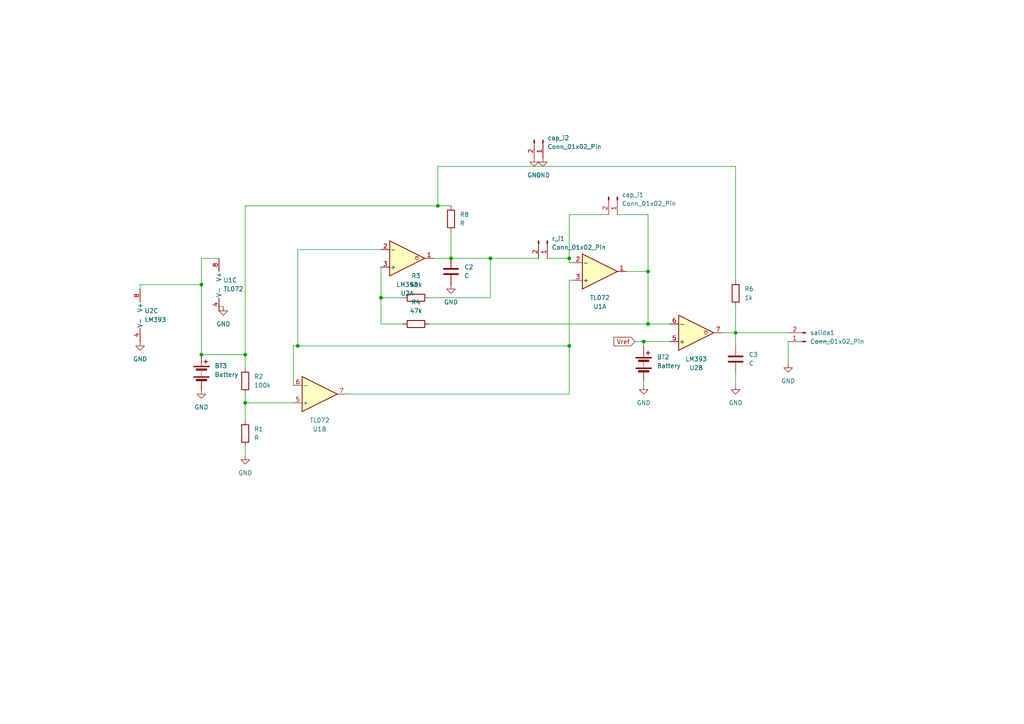
<source format=kicad_sch>
(kicad_sch
	(version 20250114)
	(generator "eeschema")
	(generator_version "9.0")
	(uuid "17eee627-bc3f-46bd-a929-8340eabad878")
	(paper "A4")
	(lib_symbols
		(symbol "Amplifier_Operational:TL072"
			(pin_names
				(offset 0.127)
			)
			(exclude_from_sim no)
			(in_bom yes)
			(on_board yes)
			(property "Reference" "U"
				(at 0 5.08 0)
				(effects
					(font
						(size 1.27 1.27)
					)
					(justify left)
				)
			)
			(property "Value" "TL072"
				(at 0 -5.08 0)
				(effects
					(font
						(size 1.27 1.27)
					)
					(justify left)
				)
			)
			(property "Footprint" ""
				(at 0 0 0)
				(effects
					(font
						(size 1.27 1.27)
					)
					(hide yes)
				)
			)
			(property "Datasheet" "http://www.ti.com/lit/ds/symlink/tl071.pdf"
				(at 0 0 0)
				(effects
					(font
						(size 1.27 1.27)
					)
					(hide yes)
				)
			)
			(property "Description" "Dual Low-Noise JFET-Input Operational Amplifiers, DIP-8/SOIC-8"
				(at 0 0 0)
				(effects
					(font
						(size 1.27 1.27)
					)
					(hide yes)
				)
			)
			(property "ki_locked" ""
				(at 0 0 0)
				(effects
					(font
						(size 1.27 1.27)
					)
				)
			)
			(property "ki_keywords" "dual opamp"
				(at 0 0 0)
				(effects
					(font
						(size 1.27 1.27)
					)
					(hide yes)
				)
			)
			(property "ki_fp_filters" "SOIC*3.9x4.9mm*P1.27mm* DIP*W7.62mm* TO*99* OnSemi*Micro8* TSSOP*3x3mm*P0.65mm* TSSOP*4.4x3mm*P0.65mm* MSOP*3x3mm*P0.65mm* SSOP*3.9x4.9mm*P0.635mm* LFCSP*2x2mm*P0.5mm* *SIP* SOIC*5.3x6.2mm*P1.27mm*"
				(at 0 0 0)
				(effects
					(font
						(size 1.27 1.27)
					)
					(hide yes)
				)
			)
			(symbol "TL072_1_1"
				(polyline
					(pts
						(xy -5.08 5.08) (xy 5.08 0) (xy -5.08 -5.08) (xy -5.08 5.08)
					)
					(stroke
						(width 0.254)
						(type default)
					)
					(fill
						(type background)
					)
				)
				(pin input line
					(at -7.62 2.54 0)
					(length 2.54)
					(name "+"
						(effects
							(font
								(size 1.27 1.27)
							)
						)
					)
					(number "3"
						(effects
							(font
								(size 1.27 1.27)
							)
						)
					)
				)
				(pin input line
					(at -7.62 -2.54 0)
					(length 2.54)
					(name "-"
						(effects
							(font
								(size 1.27 1.27)
							)
						)
					)
					(number "2"
						(effects
							(font
								(size 1.27 1.27)
							)
						)
					)
				)
				(pin output line
					(at 7.62 0 180)
					(length 2.54)
					(name "~"
						(effects
							(font
								(size 1.27 1.27)
							)
						)
					)
					(number "1"
						(effects
							(font
								(size 1.27 1.27)
							)
						)
					)
				)
			)
			(symbol "TL072_2_1"
				(polyline
					(pts
						(xy -5.08 5.08) (xy 5.08 0) (xy -5.08 -5.08) (xy -5.08 5.08)
					)
					(stroke
						(width 0.254)
						(type default)
					)
					(fill
						(type background)
					)
				)
				(pin input line
					(at -7.62 2.54 0)
					(length 2.54)
					(name "+"
						(effects
							(font
								(size 1.27 1.27)
							)
						)
					)
					(number "5"
						(effects
							(font
								(size 1.27 1.27)
							)
						)
					)
				)
				(pin input line
					(at -7.62 -2.54 0)
					(length 2.54)
					(name "-"
						(effects
							(font
								(size 1.27 1.27)
							)
						)
					)
					(number "6"
						(effects
							(font
								(size 1.27 1.27)
							)
						)
					)
				)
				(pin output line
					(at 7.62 0 180)
					(length 2.54)
					(name "~"
						(effects
							(font
								(size 1.27 1.27)
							)
						)
					)
					(number "7"
						(effects
							(font
								(size 1.27 1.27)
							)
						)
					)
				)
			)
			(symbol "TL072_3_1"
				(pin power_in line
					(at -2.54 7.62 270)
					(length 3.81)
					(name "V+"
						(effects
							(font
								(size 1.27 1.27)
							)
						)
					)
					(number "8"
						(effects
							(font
								(size 1.27 1.27)
							)
						)
					)
				)
				(pin power_in line
					(at -2.54 -7.62 90)
					(length 3.81)
					(name "V-"
						(effects
							(font
								(size 1.27 1.27)
							)
						)
					)
					(number "4"
						(effects
							(font
								(size 1.27 1.27)
							)
						)
					)
				)
			)
			(embedded_fonts no)
		)
		(symbol "Comparator:LM393"
			(pin_names
				(offset 0.127)
			)
			(exclude_from_sim no)
			(in_bom yes)
			(on_board yes)
			(property "Reference" "U"
				(at 3.81 3.81 0)
				(effects
					(font
						(size 1.27 1.27)
					)
				)
			)
			(property "Value" "LM393"
				(at 6.35 -3.81 0)
				(effects
					(font
						(size 1.27 1.27)
					)
				)
			)
			(property "Footprint" ""
				(at 0 0 0)
				(effects
					(font
						(size 1.27 1.27)
					)
					(hide yes)
				)
			)
			(property "Datasheet" "http://www.ti.com/lit/ds/symlink/lm393.pdf"
				(at 0 0 0)
				(effects
					(font
						(size 1.27 1.27)
					)
					(hide yes)
				)
			)
			(property "Description" "Low-Power, Low-Offset Voltage, Dual Comparators, DIP-8/SOIC-8/TO-99-8"
				(at 0 0 0)
				(effects
					(font
						(size 1.27 1.27)
					)
					(hide yes)
				)
			)
			(property "ki_locked" ""
				(at 0 0 0)
				(effects
					(font
						(size 1.27 1.27)
					)
				)
			)
			(property "ki_keywords" "cmp open collector"
				(at 0 0 0)
				(effects
					(font
						(size 1.27 1.27)
					)
					(hide yes)
				)
			)
			(property "ki_fp_filters" "SOIC*3.9x4.9mm*P1.27mm* DIP*W7.62mm* SOP*5.28x5.23mm*P1.27mm* VSSOP*3x3mm*P0.65mm* TSSOP*4.4x3mm*P0.65mm*"
				(at 0 0 0)
				(effects
					(font
						(size 1.27 1.27)
					)
					(hide yes)
				)
			)
			(symbol "LM393_1_1"
				(polyline
					(pts
						(xy -5.08 5.08) (xy 5.08 0) (xy -5.08 -5.08) (xy -5.08 5.08)
					)
					(stroke
						(width 0.254)
						(type default)
					)
					(fill
						(type background)
					)
				)
				(polyline
					(pts
						(xy 3.302 -0.508) (xy 2.794 -0.508) (xy 3.302 0) (xy 2.794 0.508) (xy 2.286 0) (xy 2.794 -0.508)
						(xy 2.286 -0.508)
					)
					(stroke
						(width 0.127)
						(type default)
					)
					(fill
						(type none)
					)
				)
				(pin input line
					(at -7.62 2.54 0)
					(length 2.54)
					(name "+"
						(effects
							(font
								(size 1.27 1.27)
							)
						)
					)
					(number "3"
						(effects
							(font
								(size 1.27 1.27)
							)
						)
					)
				)
				(pin input line
					(at -7.62 -2.54 0)
					(length 2.54)
					(name "-"
						(effects
							(font
								(size 1.27 1.27)
							)
						)
					)
					(number "2"
						(effects
							(font
								(size 1.27 1.27)
							)
						)
					)
				)
				(pin open_collector line
					(at 7.62 0 180)
					(length 2.54)
					(name "~"
						(effects
							(font
								(size 1.27 1.27)
							)
						)
					)
					(number "1"
						(effects
							(font
								(size 1.27 1.27)
							)
						)
					)
				)
			)
			(symbol "LM393_2_1"
				(polyline
					(pts
						(xy -5.08 5.08) (xy 5.08 0) (xy -5.08 -5.08) (xy -5.08 5.08)
					)
					(stroke
						(width 0.254)
						(type default)
					)
					(fill
						(type background)
					)
				)
				(polyline
					(pts
						(xy 3.302 -0.508) (xy 2.794 -0.508) (xy 3.302 0) (xy 2.794 0.508) (xy 2.286 0) (xy 2.794 -0.508)
						(xy 2.286 -0.508)
					)
					(stroke
						(width 0.127)
						(type default)
					)
					(fill
						(type none)
					)
				)
				(pin input line
					(at -7.62 2.54 0)
					(length 2.54)
					(name "+"
						(effects
							(font
								(size 1.27 1.27)
							)
						)
					)
					(number "5"
						(effects
							(font
								(size 1.27 1.27)
							)
						)
					)
				)
				(pin input line
					(at -7.62 -2.54 0)
					(length 2.54)
					(name "-"
						(effects
							(font
								(size 1.27 1.27)
							)
						)
					)
					(number "6"
						(effects
							(font
								(size 1.27 1.27)
							)
						)
					)
				)
				(pin open_collector line
					(at 7.62 0 180)
					(length 2.54)
					(name "~"
						(effects
							(font
								(size 1.27 1.27)
							)
						)
					)
					(number "7"
						(effects
							(font
								(size 1.27 1.27)
							)
						)
					)
				)
			)
			(symbol "LM393_3_1"
				(pin power_in line
					(at -2.54 7.62 270)
					(length 3.81)
					(name "V+"
						(effects
							(font
								(size 1.27 1.27)
							)
						)
					)
					(number "8"
						(effects
							(font
								(size 1.27 1.27)
							)
						)
					)
				)
				(pin power_in line
					(at -2.54 -7.62 90)
					(length 3.81)
					(name "V-"
						(effects
							(font
								(size 1.27 1.27)
							)
						)
					)
					(number "4"
						(effects
							(font
								(size 1.27 1.27)
							)
						)
					)
				)
			)
			(embedded_fonts no)
		)
		(symbol "Connector:Conn_01x02_Pin"
			(pin_names
				(offset 1.016)
				(hide yes)
			)
			(exclude_from_sim no)
			(in_bom yes)
			(on_board yes)
			(property "Reference" "J"
				(at 0 2.54 0)
				(effects
					(font
						(size 1.27 1.27)
					)
				)
			)
			(property "Value" "Conn_01x02_Pin"
				(at 0 -5.08 0)
				(effects
					(font
						(size 1.27 1.27)
					)
				)
			)
			(property "Footprint" ""
				(at 0 0 0)
				(effects
					(font
						(size 1.27 1.27)
					)
					(hide yes)
				)
			)
			(property "Datasheet" "~"
				(at 0 0 0)
				(effects
					(font
						(size 1.27 1.27)
					)
					(hide yes)
				)
			)
			(property "Description" "Generic connector, single row, 01x02, script generated"
				(at 0 0 0)
				(effects
					(font
						(size 1.27 1.27)
					)
					(hide yes)
				)
			)
			(property "ki_locked" ""
				(at 0 0 0)
				(effects
					(font
						(size 1.27 1.27)
					)
				)
			)
			(property "ki_keywords" "connector"
				(at 0 0 0)
				(effects
					(font
						(size 1.27 1.27)
					)
					(hide yes)
				)
			)
			(property "ki_fp_filters" "Connector*:*_1x??_*"
				(at 0 0 0)
				(effects
					(font
						(size 1.27 1.27)
					)
					(hide yes)
				)
			)
			(symbol "Conn_01x02_Pin_1_1"
				(rectangle
					(start 0.8636 0.127)
					(end 0 -0.127)
					(stroke
						(width 0.1524)
						(type default)
					)
					(fill
						(type outline)
					)
				)
				(rectangle
					(start 0.8636 -2.413)
					(end 0 -2.667)
					(stroke
						(width 0.1524)
						(type default)
					)
					(fill
						(type outline)
					)
				)
				(polyline
					(pts
						(xy 1.27 0) (xy 0.8636 0)
					)
					(stroke
						(width 0.1524)
						(type default)
					)
					(fill
						(type none)
					)
				)
				(polyline
					(pts
						(xy 1.27 -2.54) (xy 0.8636 -2.54)
					)
					(stroke
						(width 0.1524)
						(type default)
					)
					(fill
						(type none)
					)
				)
				(pin passive line
					(at 5.08 0 180)
					(length 3.81)
					(name "Pin_1"
						(effects
							(font
								(size 1.27 1.27)
							)
						)
					)
					(number "1"
						(effects
							(font
								(size 1.27 1.27)
							)
						)
					)
				)
				(pin passive line
					(at 5.08 -2.54 180)
					(length 3.81)
					(name "Pin_2"
						(effects
							(font
								(size 1.27 1.27)
							)
						)
					)
					(number "2"
						(effects
							(font
								(size 1.27 1.27)
							)
						)
					)
				)
			)
			(embedded_fonts no)
		)
		(symbol "Device:Battery"
			(pin_numbers
				(hide yes)
			)
			(pin_names
				(offset 0)
				(hide yes)
			)
			(exclude_from_sim no)
			(in_bom yes)
			(on_board yes)
			(property "Reference" "BT"
				(at 2.54 2.54 0)
				(effects
					(font
						(size 1.27 1.27)
					)
					(justify left)
				)
			)
			(property "Value" "Battery"
				(at 2.54 0 0)
				(effects
					(font
						(size 1.27 1.27)
					)
					(justify left)
				)
			)
			(property "Footprint" ""
				(at 0 1.524 90)
				(effects
					(font
						(size 1.27 1.27)
					)
					(hide yes)
				)
			)
			(property "Datasheet" "~"
				(at 0 1.524 90)
				(effects
					(font
						(size 1.27 1.27)
					)
					(hide yes)
				)
			)
			(property "Description" "Multiple-cell battery"
				(at 0 0 0)
				(effects
					(font
						(size 1.27 1.27)
					)
					(hide yes)
				)
			)
			(property "ki_keywords" "batt voltage-source cell"
				(at 0 0 0)
				(effects
					(font
						(size 1.27 1.27)
					)
					(hide yes)
				)
			)
			(symbol "Battery_0_1"
				(rectangle
					(start -2.286 1.778)
					(end 2.286 1.524)
					(stroke
						(width 0)
						(type default)
					)
					(fill
						(type outline)
					)
				)
				(rectangle
					(start -2.286 -1.27)
					(end 2.286 -1.524)
					(stroke
						(width 0)
						(type default)
					)
					(fill
						(type outline)
					)
				)
				(rectangle
					(start -1.524 1.016)
					(end 1.524 0.508)
					(stroke
						(width 0)
						(type default)
					)
					(fill
						(type outline)
					)
				)
				(rectangle
					(start -1.524 -2.032)
					(end 1.524 -2.54)
					(stroke
						(width 0)
						(type default)
					)
					(fill
						(type outline)
					)
				)
				(polyline
					(pts
						(xy 0 1.778) (xy 0 2.54)
					)
					(stroke
						(width 0)
						(type default)
					)
					(fill
						(type none)
					)
				)
				(polyline
					(pts
						(xy 0 0) (xy 0 0.254)
					)
					(stroke
						(width 0)
						(type default)
					)
					(fill
						(type none)
					)
				)
				(polyline
					(pts
						(xy 0 -0.508) (xy 0 -0.254)
					)
					(stroke
						(width 0)
						(type default)
					)
					(fill
						(type none)
					)
				)
				(polyline
					(pts
						(xy 0 -1.016) (xy 0 -0.762)
					)
					(stroke
						(width 0)
						(type default)
					)
					(fill
						(type none)
					)
				)
				(polyline
					(pts
						(xy 0.762 3.048) (xy 1.778 3.048)
					)
					(stroke
						(width 0.254)
						(type default)
					)
					(fill
						(type none)
					)
				)
				(polyline
					(pts
						(xy 1.27 3.556) (xy 1.27 2.54)
					)
					(stroke
						(width 0.254)
						(type default)
					)
					(fill
						(type none)
					)
				)
			)
			(symbol "Battery_1_1"
				(pin passive line
					(at 0 5.08 270)
					(length 2.54)
					(name "+"
						(effects
							(font
								(size 1.27 1.27)
							)
						)
					)
					(number "1"
						(effects
							(font
								(size 1.27 1.27)
							)
						)
					)
				)
				(pin passive line
					(at 0 -5.08 90)
					(length 2.54)
					(name "-"
						(effects
							(font
								(size 1.27 1.27)
							)
						)
					)
					(number "2"
						(effects
							(font
								(size 1.27 1.27)
							)
						)
					)
				)
			)
			(embedded_fonts no)
		)
		(symbol "Device:C"
			(pin_numbers
				(hide yes)
			)
			(pin_names
				(offset 0.254)
			)
			(exclude_from_sim no)
			(in_bom yes)
			(on_board yes)
			(property "Reference" "C"
				(at 0.635 2.54 0)
				(effects
					(font
						(size 1.27 1.27)
					)
					(justify left)
				)
			)
			(property "Value" "C"
				(at 0.635 -2.54 0)
				(effects
					(font
						(size 1.27 1.27)
					)
					(justify left)
				)
			)
			(property "Footprint" ""
				(at 0.9652 -3.81 0)
				(effects
					(font
						(size 1.27 1.27)
					)
					(hide yes)
				)
			)
			(property "Datasheet" "~"
				(at 0 0 0)
				(effects
					(font
						(size 1.27 1.27)
					)
					(hide yes)
				)
			)
			(property "Description" "Unpolarized capacitor"
				(at 0 0 0)
				(effects
					(font
						(size 1.27 1.27)
					)
					(hide yes)
				)
			)
			(property "ki_keywords" "cap capacitor"
				(at 0 0 0)
				(effects
					(font
						(size 1.27 1.27)
					)
					(hide yes)
				)
			)
			(property "ki_fp_filters" "C_*"
				(at 0 0 0)
				(effects
					(font
						(size 1.27 1.27)
					)
					(hide yes)
				)
			)
			(symbol "C_0_1"
				(polyline
					(pts
						(xy -2.032 0.762) (xy 2.032 0.762)
					)
					(stroke
						(width 0.508)
						(type default)
					)
					(fill
						(type none)
					)
				)
				(polyline
					(pts
						(xy -2.032 -0.762) (xy 2.032 -0.762)
					)
					(stroke
						(width 0.508)
						(type default)
					)
					(fill
						(type none)
					)
				)
			)
			(symbol "C_1_1"
				(pin passive line
					(at 0 3.81 270)
					(length 2.794)
					(name "~"
						(effects
							(font
								(size 1.27 1.27)
							)
						)
					)
					(number "1"
						(effects
							(font
								(size 1.27 1.27)
							)
						)
					)
				)
				(pin passive line
					(at 0 -3.81 90)
					(length 2.794)
					(name "~"
						(effects
							(font
								(size 1.27 1.27)
							)
						)
					)
					(number "2"
						(effects
							(font
								(size 1.27 1.27)
							)
						)
					)
				)
			)
			(embedded_fonts no)
		)
		(symbol "Device:R"
			(pin_numbers
				(hide yes)
			)
			(pin_names
				(offset 0)
			)
			(exclude_from_sim no)
			(in_bom yes)
			(on_board yes)
			(property "Reference" "R"
				(at 2.032 0 90)
				(effects
					(font
						(size 1.27 1.27)
					)
				)
			)
			(property "Value" "R"
				(at 0 0 90)
				(effects
					(font
						(size 1.27 1.27)
					)
				)
			)
			(property "Footprint" ""
				(at -1.778 0 90)
				(effects
					(font
						(size 1.27 1.27)
					)
					(hide yes)
				)
			)
			(property "Datasheet" "~"
				(at 0 0 0)
				(effects
					(font
						(size 1.27 1.27)
					)
					(hide yes)
				)
			)
			(property "Description" "Resistor"
				(at 0 0 0)
				(effects
					(font
						(size 1.27 1.27)
					)
					(hide yes)
				)
			)
			(property "ki_keywords" "R res resistor"
				(at 0 0 0)
				(effects
					(font
						(size 1.27 1.27)
					)
					(hide yes)
				)
			)
			(property "ki_fp_filters" "R_*"
				(at 0 0 0)
				(effects
					(font
						(size 1.27 1.27)
					)
					(hide yes)
				)
			)
			(symbol "R_0_1"
				(rectangle
					(start -1.016 -2.54)
					(end 1.016 2.54)
					(stroke
						(width 0.254)
						(type default)
					)
					(fill
						(type none)
					)
				)
			)
			(symbol "R_1_1"
				(pin passive line
					(at 0 3.81 270)
					(length 1.27)
					(name "~"
						(effects
							(font
								(size 1.27 1.27)
							)
						)
					)
					(number "1"
						(effects
							(font
								(size 1.27 1.27)
							)
						)
					)
				)
				(pin passive line
					(at 0 -3.81 90)
					(length 1.27)
					(name "~"
						(effects
							(font
								(size 1.27 1.27)
							)
						)
					)
					(number "2"
						(effects
							(font
								(size 1.27 1.27)
							)
						)
					)
				)
			)
			(embedded_fonts no)
		)
		(symbol "power:GND"
			(power)
			(pin_numbers
				(hide yes)
			)
			(pin_names
				(offset 0)
				(hide yes)
			)
			(exclude_from_sim no)
			(in_bom yes)
			(on_board yes)
			(property "Reference" "#PWR"
				(at 0 -6.35 0)
				(effects
					(font
						(size 1.27 1.27)
					)
					(hide yes)
				)
			)
			(property "Value" "GND"
				(at 0 -3.81 0)
				(effects
					(font
						(size 1.27 1.27)
					)
				)
			)
			(property "Footprint" ""
				(at 0 0 0)
				(effects
					(font
						(size 1.27 1.27)
					)
					(hide yes)
				)
			)
			(property "Datasheet" ""
				(at 0 0 0)
				(effects
					(font
						(size 1.27 1.27)
					)
					(hide yes)
				)
			)
			(property "Description" "Power symbol creates a global label with name \"GND\" , ground"
				(at 0 0 0)
				(effects
					(font
						(size 1.27 1.27)
					)
					(hide yes)
				)
			)
			(property "ki_keywords" "global power"
				(at 0 0 0)
				(effects
					(font
						(size 1.27 1.27)
					)
					(hide yes)
				)
			)
			(symbol "GND_0_1"
				(polyline
					(pts
						(xy 0 0) (xy 0 -1.27) (xy 1.27 -1.27) (xy 0 -2.54) (xy -1.27 -1.27) (xy 0 -1.27)
					)
					(stroke
						(width 0)
						(type default)
					)
					(fill
						(type none)
					)
				)
			)
			(symbol "GND_1_1"
				(pin power_in line
					(at 0 0 270)
					(length 0)
					(name "~"
						(effects
							(font
								(size 1.27 1.27)
							)
						)
					)
					(number "1"
						(effects
							(font
								(size 1.27 1.27)
							)
						)
					)
				)
			)
			(embedded_fonts no)
		)
	)
	(junction
		(at 186.69 99.06)
		(diameter 0)
		(color 0 0 0 0)
		(uuid "1f849616-a5b7-402d-90bf-3e3e27b40008")
	)
	(junction
		(at 110.49 86.36)
		(diameter 0)
		(color 0 0 0 0)
		(uuid "231d5919-d8b3-443b-a5f7-76f1899d3b9f")
	)
	(junction
		(at 86.36 100.33)
		(diameter 0)
		(color 0 0 0 0)
		(uuid "27a980d3-f2aa-4896-92a1-562708249a68")
	)
	(junction
		(at 130.81 74.93)
		(diameter 0)
		(color 0 0 0 0)
		(uuid "2bce827f-6057-4d1a-a021-fb42f5d9b44d")
	)
	(junction
		(at 58.42 82.55)
		(diameter 0)
		(color 0 0 0 0)
		(uuid "33d65ac8-d78b-43bb-8bf9-eda4a0d2d533")
	)
	(junction
		(at 165.1 74.93)
		(diameter 0)
		(color 0 0 0 0)
		(uuid "3b4f80cc-b4fd-4e96-ade0-4a217b23c7d5")
	)
	(junction
		(at 58.42 102.87)
		(diameter 0)
		(color 0 0 0 0)
		(uuid "432f8922-8733-4a52-8986-19ca9b51d881")
	)
	(junction
		(at 187.96 93.98)
		(diameter 0)
		(color 0 0 0 0)
		(uuid "62c311b6-29e9-4f82-bcbd-423b818743ea")
	)
	(junction
		(at 127 59.69)
		(diameter 0)
		(color 0 0 0 0)
		(uuid "6b8b06e2-9d45-499e-9bc0-2ff0539aaf74")
	)
	(junction
		(at 187.96 78.74)
		(diameter 0)
		(color 0 0 0 0)
		(uuid "84c10aa2-6e07-49e3-97e9-9d09db9f706a")
	)
	(junction
		(at 165.1 100.33)
		(diameter 0)
		(color 0 0 0 0)
		(uuid "af19137a-e014-43d0-a0af-51a75aa18089")
	)
	(junction
		(at 71.12 102.87)
		(diameter 0)
		(color 0 0 0 0)
		(uuid "bae1835b-f27f-4555-9f23-21294c60de66")
	)
	(junction
		(at 213.36 96.52)
		(diameter 0)
		(color 0 0 0 0)
		(uuid "cc41e59d-1e8b-4024-8913-4c7de67a9273")
	)
	(junction
		(at 71.12 116.84)
		(diameter 0)
		(color 0 0 0 0)
		(uuid "dc503e1e-bfec-4dc7-ab8a-cb355db00a13")
	)
	(junction
		(at 142.24 74.93)
		(diameter 0)
		(color 0 0 0 0)
		(uuid "e5f14dd5-df28-433b-9f4f-86ca4d9daae1")
	)
	(wire
		(pts
			(xy 71.12 59.69) (xy 127 59.69)
		)
		(stroke
			(width 0)
			(type default)
		)
		(uuid "00cb0fe0-e035-4e59-9d78-44b6c0bff9d7")
	)
	(wire
		(pts
			(xy 63.5 90.17) (xy 63.5 88.9)
		)
		(stroke
			(width 0)
			(type default)
		)
		(uuid "00ea2b67-5977-4d79-ab5a-5a7e543bff1b")
	)
	(wire
		(pts
			(xy 213.36 107.95) (xy 213.36 111.76)
		)
		(stroke
			(width 0)
			(type default)
		)
		(uuid "0232e40d-a643-4ac7-84ed-2e2341951d93")
	)
	(wire
		(pts
			(xy 58.42 102.87) (xy 58.42 82.55)
		)
		(stroke
			(width 0)
			(type default)
		)
		(uuid "029a9c53-87b6-480e-9fe3-47190eef0895")
	)
	(wire
		(pts
			(xy 186.69 99.06) (xy 194.31 99.06)
		)
		(stroke
			(width 0)
			(type default)
		)
		(uuid "050103ec-ee0e-4d8a-9470-37d862685644")
	)
	(wire
		(pts
			(xy 142.24 74.93) (xy 156.21 74.93)
		)
		(stroke
			(width 0)
			(type default)
		)
		(uuid "0c95ced1-11f8-4362-be8c-0d0c66afa723")
	)
	(wire
		(pts
			(xy 213.36 96.52) (xy 213.36 100.33)
		)
		(stroke
			(width 0)
			(type default)
		)
		(uuid "0dba4b74-6199-49a0-8dc1-4db27c230613")
	)
	(wire
		(pts
			(xy 124.46 93.98) (xy 187.96 93.98)
		)
		(stroke
			(width 0)
			(type default)
		)
		(uuid "12fd6866-8479-477d-b286-52e485c2270d")
	)
	(wire
		(pts
			(xy 165.1 76.2) (xy 165.1 74.93)
		)
		(stroke
			(width 0)
			(type default)
		)
		(uuid "15651c12-25aa-4b26-a7d5-5f8d108c81cb")
	)
	(wire
		(pts
			(xy 71.12 102.87) (xy 71.12 106.68)
		)
		(stroke
			(width 0)
			(type default)
		)
		(uuid "27ae9229-2678-4eff-a10b-df003a08b83a")
	)
	(wire
		(pts
			(xy 142.24 86.36) (xy 142.24 74.93)
		)
		(stroke
			(width 0)
			(type default)
		)
		(uuid "2a7df99d-3713-4415-876c-9a5775570597")
	)
	(wire
		(pts
			(xy 86.36 72.39) (xy 110.49 72.39)
		)
		(stroke
			(width 0)
			(type default)
		)
		(uuid "2db29c0c-c76f-47f5-a73e-81bfae242f9f")
	)
	(wire
		(pts
			(xy 165.1 81.28) (xy 165.1 100.33)
		)
		(stroke
			(width 0)
			(type default)
		)
		(uuid "475a4ea7-71e8-4a2a-8c8c-f7acd9d570b4")
	)
	(wire
		(pts
			(xy 110.49 86.36) (xy 116.84 86.36)
		)
		(stroke
			(width 0)
			(type default)
		)
		(uuid "48195463-2c4a-422c-b42d-786267b3d5f8")
	)
	(wire
		(pts
			(xy 40.64 82.55) (xy 40.64 83.82)
		)
		(stroke
			(width 0)
			(type default)
		)
		(uuid "4ed70184-b347-47b8-9b10-155a50be3ddd")
	)
	(wire
		(pts
			(xy 125.73 74.93) (xy 130.81 74.93)
		)
		(stroke
			(width 0)
			(type default)
		)
		(uuid "51b8db8c-10c1-4a86-a2a5-31954eddc89b")
	)
	(wire
		(pts
			(xy 127 59.69) (xy 127 48.26)
		)
		(stroke
			(width 0)
			(type default)
		)
		(uuid "54d0cc3b-d84b-46e6-88e4-10d4084c40cf")
	)
	(wire
		(pts
			(xy 209.55 96.52) (xy 213.36 96.52)
		)
		(stroke
			(width 0)
			(type default)
		)
		(uuid "559de702-a01a-4e7d-ae0f-93f07ac3e23b")
	)
	(wire
		(pts
			(xy 158.75 74.93) (xy 165.1 74.93)
		)
		(stroke
			(width 0)
			(type default)
		)
		(uuid "567fbd52-932d-4c85-970b-877b9d5bcb80")
	)
	(wire
		(pts
			(xy 58.42 82.55) (xy 40.64 82.55)
		)
		(stroke
			(width 0)
			(type default)
		)
		(uuid "57582421-1e26-4df8-a585-b2c2300074fe")
	)
	(wire
		(pts
			(xy 58.42 74.93) (xy 63.5 74.93)
		)
		(stroke
			(width 0)
			(type default)
		)
		(uuid "5aec6ae3-f806-4b9f-aa01-17081e5b8239")
	)
	(wire
		(pts
			(xy 184.15 99.06) (xy 186.69 99.06)
		)
		(stroke
			(width 0)
			(type default)
		)
		(uuid "5ce9f6cc-44a0-467f-a74a-faf6bba49195")
	)
	(wire
		(pts
			(xy 110.49 77.47) (xy 110.49 86.36)
		)
		(stroke
			(width 0)
			(type default)
		)
		(uuid "5fd16b4b-eab7-49ef-82fb-c9030c311d3c")
	)
	(wire
		(pts
			(xy 58.42 102.87) (xy 71.12 102.87)
		)
		(stroke
			(width 0)
			(type default)
		)
		(uuid "64ad14bd-b05d-4813-a445-2d7fec0783ef")
	)
	(wire
		(pts
			(xy 85.09 111.76) (xy 85.09 100.33)
		)
		(stroke
			(width 0)
			(type default)
		)
		(uuid "650c6a5a-96c5-4a64-964c-6daaeee01975")
	)
	(wire
		(pts
			(xy 127 48.26) (xy 213.36 48.26)
		)
		(stroke
			(width 0)
			(type default)
		)
		(uuid "79342fe3-32a4-443c-b907-94b60cfb9382")
	)
	(wire
		(pts
			(xy 236.22 99.06) (xy 241.3 99.06)
		)
		(stroke
			(width 0)
			(type default)
		)
		(uuid "85e311d2-1ddb-440c-97e3-e2d2ab90724c")
	)
	(wire
		(pts
			(xy 71.12 129.54) (xy 71.12 132.08)
		)
		(stroke
			(width 0)
			(type default)
		)
		(uuid "8fb66898-2f68-45ea-a94c-c46a562e59e1")
	)
	(wire
		(pts
			(xy 181.61 78.74) (xy 187.96 78.74)
		)
		(stroke
			(width 0)
			(type default)
		)
		(uuid "90fbf3de-eada-4559-bb24-b65c22c1a421")
	)
	(wire
		(pts
			(xy 63.5 88.9) (xy 64.77 88.9)
		)
		(stroke
			(width 0)
			(type default)
		)
		(uuid "92d7b312-4aea-44a8-aeca-d54672981418")
	)
	(wire
		(pts
			(xy 213.36 96.52) (xy 228.6 96.52)
		)
		(stroke
			(width 0)
			(type default)
		)
		(uuid "9344a09e-505b-455f-ab76-71d6848b7ed9")
	)
	(wire
		(pts
			(xy 165.1 62.23) (xy 176.53 62.23)
		)
		(stroke
			(width 0)
			(type default)
		)
		(uuid "94c39354-79c0-4967-bf88-19809e684ded")
	)
	(wire
		(pts
			(xy 186.69 110.49) (xy 186.69 111.76)
		)
		(stroke
			(width 0)
			(type default)
		)
		(uuid "9a985b63-147f-40de-b8d1-939e3654f1d2")
	)
	(wire
		(pts
			(xy 228.6 99.06) (xy 228.6 105.41)
		)
		(stroke
			(width 0)
			(type default)
		)
		(uuid "9cb1c54c-ab5a-41ce-b13e-9b19bbc08955")
	)
	(wire
		(pts
			(xy 165.1 81.28) (xy 166.37 81.28)
		)
		(stroke
			(width 0)
			(type default)
		)
		(uuid "a10e334a-0c70-412a-b0d1-1e2ace790ba4")
	)
	(wire
		(pts
			(xy 110.49 86.36) (xy 110.49 93.98)
		)
		(stroke
			(width 0)
			(type default)
		)
		(uuid "b31a93c6-4bed-4fa1-a52e-c21a711c8b07")
	)
	(wire
		(pts
			(xy 71.12 116.84) (xy 85.09 116.84)
		)
		(stroke
			(width 0)
			(type default)
		)
		(uuid "bb6a48a1-2fd2-4175-ad17-ae70886e6782")
	)
	(wire
		(pts
			(xy 187.96 62.23) (xy 187.96 78.74)
		)
		(stroke
			(width 0)
			(type default)
		)
		(uuid "bd9a1cdf-1643-429a-bd23-5d36768ef0ea")
	)
	(wire
		(pts
			(xy 130.81 67.31) (xy 130.81 74.93)
		)
		(stroke
			(width 0)
			(type default)
		)
		(uuid "bf83021d-6bc8-4e2e-ab03-1f316016fc03")
	)
	(wire
		(pts
			(xy 165.1 76.2) (xy 166.37 76.2)
		)
		(stroke
			(width 0)
			(type default)
		)
		(uuid "c2fefbb1-8adf-44ea-a418-0eeee729499c")
	)
	(wire
		(pts
			(xy 71.12 102.87) (xy 71.12 59.69)
		)
		(stroke
			(width 0)
			(type default)
		)
		(uuid "c6cf5dea-bee4-4ca7-9980-9c71ef817a00")
	)
	(wire
		(pts
			(xy 86.36 100.33) (xy 86.36 72.39)
		)
		(stroke
			(width 0)
			(type default)
		)
		(uuid "c921a741-a6e8-46c0-b736-24bcb6161475")
	)
	(wire
		(pts
			(xy 100.33 114.3) (xy 165.1 114.3)
		)
		(stroke
			(width 0)
			(type default)
		)
		(uuid "c9379c07-d041-4fab-89de-dc9aa74a08fc")
	)
	(wire
		(pts
			(xy 110.49 93.98) (xy 116.84 93.98)
		)
		(stroke
			(width 0)
			(type default)
		)
		(uuid "c99485d9-306e-4fad-9559-5b9036606c5f")
	)
	(wire
		(pts
			(xy 179.07 62.23) (xy 187.96 62.23)
		)
		(stroke
			(width 0)
			(type default)
		)
		(uuid "ca30186a-6827-4446-ac36-6f1f2005b175")
	)
	(wire
		(pts
			(xy 165.1 100.33) (xy 165.1 114.3)
		)
		(stroke
			(width 0)
			(type default)
		)
		(uuid "ccbba4e3-18dd-4cfe-b4a5-b2e708916a28")
	)
	(wire
		(pts
			(xy 71.12 116.84) (xy 71.12 121.92)
		)
		(stroke
			(width 0)
			(type default)
		)
		(uuid "ce12f8b0-7c02-4a94-bae7-f8fdd1148c1d")
	)
	(wire
		(pts
			(xy 187.96 78.74) (xy 187.96 93.98)
		)
		(stroke
			(width 0)
			(type default)
		)
		(uuid "cfa5ea25-fb0f-4083-8c4a-f388eec349ad")
	)
	(wire
		(pts
			(xy 130.81 74.93) (xy 142.24 74.93)
		)
		(stroke
			(width 0)
			(type default)
		)
		(uuid "d60105d6-bf03-4ed9-9403-21d27b8ce0ab")
	)
	(wire
		(pts
			(xy 71.12 114.3) (xy 71.12 116.84)
		)
		(stroke
			(width 0)
			(type default)
		)
		(uuid "d893d9ee-d7ac-4cfc-9b68-2aa28b1ac7ff")
	)
	(wire
		(pts
			(xy 213.36 88.9) (xy 213.36 96.52)
		)
		(stroke
			(width 0)
			(type default)
		)
		(uuid "d8d8a92c-36ea-4b39-9b10-26b84b154c4f")
	)
	(wire
		(pts
			(xy 213.36 48.26) (xy 213.36 81.28)
		)
		(stroke
			(width 0)
			(type default)
		)
		(uuid "e479daac-bc24-46d9-837e-e033b5b0a212")
	)
	(wire
		(pts
			(xy 58.42 82.55) (xy 58.42 74.93)
		)
		(stroke
			(width 0)
			(type default)
		)
		(uuid "ede98640-117b-4e20-9047-c1752c7aed50")
	)
	(wire
		(pts
			(xy 124.46 86.36) (xy 142.24 86.36)
		)
		(stroke
			(width 0)
			(type default)
		)
		(uuid "efb710e2-6ada-4cbe-a734-95f997d90e22")
	)
	(wire
		(pts
			(xy 85.09 100.33) (xy 86.36 100.33)
		)
		(stroke
			(width 0)
			(type default)
		)
		(uuid "f0cc1548-da41-4def-8f6c-2f7708963eb5")
	)
	(wire
		(pts
			(xy 186.69 99.06) (xy 186.69 100.33)
		)
		(stroke
			(width 0)
			(type default)
		)
		(uuid "f3244e25-c4e7-4877-a19f-5498a5880278")
	)
	(wire
		(pts
			(xy 187.96 93.98) (xy 194.31 93.98)
		)
		(stroke
			(width 0)
			(type default)
		)
		(uuid "f6f0c7f5-79ac-43d2-b0f9-ca47e21f8c25")
	)
	(wire
		(pts
			(xy 86.36 100.33) (xy 165.1 100.33)
		)
		(stroke
			(width 0)
			(type default)
		)
		(uuid "fa7a61e1-1c5e-4fb9-aaac-289d367b2f9f")
	)
	(wire
		(pts
			(xy 127 59.69) (xy 130.81 59.69)
		)
		(stroke
			(width 0)
			(type default)
		)
		(uuid "ff2dc5f1-e0b3-42e5-94ca-6a3458ee41a4")
	)
	(wire
		(pts
			(xy 165.1 74.93) (xy 165.1 62.23)
		)
		(stroke
			(width 0)
			(type default)
		)
		(uuid "ff9c73c1-4a3c-465e-a057-4885f7d04b96")
	)
	(global_label "Vref"
		(shape input)
		(at 184.15 99.06 180)
		(fields_autoplaced yes)
		(effects
			(font
				(size 1.27 1.27)
			)
			(justify right)
		)
		(uuid "86f90454-cd3a-4d4e-a0de-f118651c7d57")
		(property "Intersheetrefs" "${INTERSHEET_REFS}"
			(at 177.4757 99.06 0)
			(effects
				(font
					(size 1.27 1.27)
				)
				(justify right)
				(hide yes)
			)
		)
	)
	(symbol
		(lib_id "Device:R")
		(at 213.36 85.09 180)
		(unit 1)
		(exclude_from_sim no)
		(in_bom yes)
		(on_board yes)
		(dnp no)
		(fields_autoplaced yes)
		(uuid "0b3ed18d-4305-4429-964a-1fd727171064")
		(property "Reference" "R6"
			(at 215.9 83.8199 0)
			(effects
				(font
					(size 1.27 1.27)
				)
				(justify right)
			)
		)
		(property "Value" "1k"
			(at 215.9 86.3599 0)
			(effects
				(font
					(size 1.27 1.27)
				)
				(justify right)
			)
		)
		(property "Footprint" "Resistor_THT:R_Axial_DIN0207_L6.3mm_D2.5mm_P7.62mm_Horizontal"
			(at 215.138 85.09 90)
			(effects
				(font
					(size 1.27 1.27)
				)
				(hide yes)
			)
		)
		(property "Datasheet" "~"
			(at 213.36 85.09 0)
			(effects
				(font
					(size 1.27 1.27)
				)
				(hide yes)
			)
		)
		(property "Description" "Resistor"
			(at 213.36 85.09 0)
			(effects
				(font
					(size 1.27 1.27)
				)
				(hide yes)
			)
		)
		(pin "1"
			(uuid "1881a007-f35b-475b-8a94-8049f9c0f0ab")
		)
		(pin "2"
			(uuid "9464250b-2408-46cc-9bcc-f003fb8b666e")
		)
		(instances
			(project "pcb_check4_pwm"
				(path "/17eee627-bc3f-46bd-a929-8340eabad878"
					(reference "R6")
					(unit 1)
				)
			)
		)
	)
	(symbol
		(lib_id "Device:C")
		(at 130.81 78.74 180)
		(unit 1)
		(exclude_from_sim no)
		(in_bom yes)
		(on_board yes)
		(dnp no)
		(fields_autoplaced yes)
		(uuid "0e347cb4-267e-4826-be1f-510a2a914dfb")
		(property "Reference" "C2"
			(at 134.62 77.4699 0)
			(effects
				(font
					(size 1.27 1.27)
				)
				(justify right)
			)
		)
		(property "Value" "C"
			(at 134.62 80.0099 0)
			(effects
				(font
					(size 1.27 1.27)
				)
				(justify right)
			)
		)
		(property "Footprint" "Capacitor_THT:C_Disc_D4.3mm_W1.9mm_P5.00mm"
			(at 129.8448 74.93 0)
			(effects
				(font
					(size 1.27 1.27)
				)
				(hide yes)
			)
		)
		(property "Datasheet" "~"
			(at 130.81 78.74 0)
			(effects
				(font
					(size 1.27 1.27)
				)
				(hide yes)
			)
		)
		(property "Description" "Unpolarized capacitor"
			(at 130.81 78.74 0)
			(effects
				(font
					(size 1.27 1.27)
				)
				(hide yes)
			)
		)
		(pin "1"
			(uuid "04a7f5e3-b54b-4947-b614-732f20c9b8b8")
		)
		(pin "2"
			(uuid "a4512c34-7dbf-4c58-bdf8-dba8826d820c")
		)
		(instances
			(project ""
				(path "/17eee627-bc3f-46bd-a929-8340eabad878"
					(reference "C2")
					(unit 1)
				)
			)
		)
	)
	(symbol
		(lib_id "Comparator:LM393")
		(at 43.18 91.44 0)
		(unit 3)
		(exclude_from_sim no)
		(in_bom yes)
		(on_board yes)
		(dnp no)
		(fields_autoplaced yes)
		(uuid "1f738962-5655-42c9-8089-7c9c3b7b5ed1")
		(property "Reference" "U2"
			(at 41.91 90.1699 0)
			(effects
				(font
					(size 1.27 1.27)
				)
				(justify left)
			)
		)
		(property "Value" "LM393"
			(at 41.91 92.7099 0)
			(effects
				(font
					(size 1.27 1.27)
				)
				(justify left)
			)
		)
		(property "Footprint" "Package_DIP:CERDIP-8_W7.62mm_SideBrazed_LongPads"
			(at 43.18 91.44 0)
			(effects
				(font
					(size 1.27 1.27)
				)
				(hide yes)
			)
		)
		(property "Datasheet" "http://www.ti.com/lit/ds/symlink/lm393.pdf"
			(at 43.18 91.44 0)
			(effects
				(font
					(size 1.27 1.27)
				)
				(hide yes)
			)
		)
		(property "Description" "Low-Power, Low-Offset Voltage, Dual Comparators, DIP-8/SOIC-8/TO-99-8"
			(at 43.18 91.44 0)
			(effects
				(font
					(size 1.27 1.27)
				)
				(hide yes)
			)
		)
		(pin "1"
			(uuid "da528779-926a-4b7d-b28b-6dac23276aa9")
		)
		(pin "2"
			(uuid "559cfca9-b19f-4c11-8bdb-abbf13ca772e")
		)
		(pin "5"
			(uuid "0fc53ac8-1078-4339-a293-6c8ea01365b3")
		)
		(pin "6"
			(uuid "b97f2762-e2c3-46d1-913d-b65ed57260a6")
		)
		(pin "4"
			(uuid "60e80f36-ad57-4598-8c75-391c345f61b6")
		)
		(pin "3"
			(uuid "f95b7db5-42dc-4fdf-bc64-cc63ea88b90e")
		)
		(pin "7"
			(uuid "453944bd-72f6-43d2-8112-a60eedf5bc40")
		)
		(pin "8"
			(uuid "944d73dd-c6f2-45e9-99c9-b1d5ea77133f")
		)
		(instances
			(project ""
				(path "/17eee627-bc3f-46bd-a929-8340eabad878"
					(reference "U2")
					(unit 3)
				)
			)
		)
	)
	(symbol
		(lib_id "power:GND")
		(at 58.42 113.03 0)
		(unit 1)
		(exclude_from_sim no)
		(in_bom yes)
		(on_board yes)
		(dnp no)
		(fields_autoplaced yes)
		(uuid "22efd921-ca45-4496-b381-697f252171e1")
		(property "Reference" "#PWR05"
			(at 58.42 119.38 0)
			(effects
				(font
					(size 1.27 1.27)
				)
				(hide yes)
			)
		)
		(property "Value" "GND"
			(at 58.42 118.11 0)
			(effects
				(font
					(size 1.27 1.27)
				)
			)
		)
		(property "Footprint" ""
			(at 58.42 113.03 0)
			(effects
				(font
					(size 1.27 1.27)
				)
				(hide yes)
			)
		)
		(property "Datasheet" ""
			(at 58.42 113.03 0)
			(effects
				(font
					(size 1.27 1.27)
				)
				(hide yes)
			)
		)
		(property "Description" "Power symbol creates a global label with name \"GND\" , ground"
			(at 58.42 113.03 0)
			(effects
				(font
					(size 1.27 1.27)
				)
				(hide yes)
			)
		)
		(pin "1"
			(uuid "3d854529-d37f-45d5-a680-eb441e71ca85")
		)
		(instances
			(project ""
				(path "/17eee627-bc3f-46bd-a929-8340eabad878"
					(reference "#PWR05")
					(unit 1)
				)
			)
		)
	)
	(symbol
		(lib_id "Amplifier_Operational:TL072")
		(at 66.04 82.55 0)
		(unit 3)
		(exclude_from_sim no)
		(in_bom yes)
		(on_board yes)
		(dnp no)
		(fields_autoplaced yes)
		(uuid "2486ed4d-9c72-481d-a60f-0e1f6d871b3c")
		(property "Reference" "U1"
			(at 64.77 81.2799 0)
			(effects
				(font
					(size 1.27 1.27)
				)
				(justify left)
			)
		)
		(property "Value" "TL072"
			(at 64.77 83.8199 0)
			(effects
				(font
					(size 1.27 1.27)
				)
				(justify left)
			)
		)
		(property "Footprint" "Package_DIP:CERDIP-8_W7.62mm_SideBrazed_LongPads"
			(at 66.04 82.55 0)
			(effects
				(font
					(size 1.27 1.27)
				)
				(hide yes)
			)
		)
		(property "Datasheet" "http://www.ti.com/lit/ds/symlink/tl071.pdf"
			(at 66.04 82.55 0)
			(effects
				(font
					(size 1.27 1.27)
				)
				(hide yes)
			)
		)
		(property "Description" "Dual Low-Noise JFET-Input Operational Amplifiers, DIP-8/SOIC-8"
			(at 66.04 82.55 0)
			(effects
				(font
					(size 1.27 1.27)
				)
				(hide yes)
			)
		)
		(pin "4"
			(uuid "d1a16428-3af0-4385-ac7b-10355601baac")
		)
		(pin "3"
			(uuid "1c77ad83-4562-488d-8559-21e2d480a835")
		)
		(pin "1"
			(uuid "db60498c-cb4b-4628-9fe4-e76c842a50f3")
		)
		(pin "5"
			(uuid "53c8f490-5eae-4f05-9ad7-dcc05d5a9166")
		)
		(pin "2"
			(uuid "2947e505-f881-4bf8-b6b7-20109037afba")
		)
		(pin "6"
			(uuid "9bdd50f1-a96b-4ed7-a898-1eb2a87fc668")
		)
		(pin "7"
			(uuid "522f01ef-4f0c-46b2-a5f4-e10aaada09aa")
		)
		(pin "8"
			(uuid "76d0e790-459d-4d82-bd3d-2b127f52c110")
		)
		(instances
			(project ""
				(path "/17eee627-bc3f-46bd-a929-8340eabad878"
					(reference "U1")
					(unit 3)
				)
			)
		)
	)
	(symbol
		(lib_id "Device:Battery")
		(at 186.69 105.41 0)
		(unit 1)
		(exclude_from_sim no)
		(in_bom yes)
		(on_board yes)
		(dnp no)
		(fields_autoplaced yes)
		(uuid "2b3469a6-1517-412b-b15a-953409803b42")
		(property "Reference" "BT2"
			(at 190.5 103.5684 0)
			(effects
				(font
					(size 1.27 1.27)
				)
				(justify left)
			)
		)
		(property "Value" "Battery"
			(at 190.5 106.1084 0)
			(effects
				(font
					(size 1.27 1.27)
				)
				(justify left)
			)
		)
		(property "Footprint" "TerminalBlock:TerminalBlock_bornier-2_P5.08mm"
			(at 186.69 103.886 90)
			(effects
				(font
					(size 1.27 1.27)
				)
				(hide yes)
			)
		)
		(property "Datasheet" "~"
			(at 186.69 103.886 90)
			(effects
				(font
					(size 1.27 1.27)
				)
				(hide yes)
			)
		)
		(property "Description" "Multiple-cell battery"
			(at 186.69 105.41 0)
			(effects
				(font
					(size 1.27 1.27)
				)
				(hide yes)
			)
		)
		(pin "2"
			(uuid "ba9975be-3712-498f-b882-48362a787c2f")
		)
		(pin "1"
			(uuid "3bd32ef8-27a4-4f77-beec-5040d89996ab")
		)
		(instances
			(project "pcb_check4_pwm"
				(path "/17eee627-bc3f-46bd-a929-8340eabad878"
					(reference "BT2")
					(unit 1)
				)
			)
		)
	)
	(symbol
		(lib_id "Device:R")
		(at 120.65 86.36 90)
		(unit 1)
		(exclude_from_sim no)
		(in_bom yes)
		(on_board yes)
		(dnp no)
		(fields_autoplaced yes)
		(uuid "33cca27c-9d05-497c-8849-21adc5a30336")
		(property "Reference" "R3"
			(at 120.65 80.01 90)
			(effects
				(font
					(size 1.27 1.27)
				)
			)
		)
		(property "Value" "50k"
			(at 120.65 82.55 90)
			(effects
				(font
					(size 1.27 1.27)
				)
			)
		)
		(property "Footprint" "Resistor_THT:R_Axial_DIN0207_L6.3mm_D2.5mm_P7.62mm_Horizontal"
			(at 120.65 88.138 90)
			(effects
				(font
					(size 1.27 1.27)
				)
				(hide yes)
			)
		)
		(property "Datasheet" "~"
			(at 120.65 86.36 0)
			(effects
				(font
					(size 1.27 1.27)
				)
				(hide yes)
			)
		)
		(property "Description" "Resistor"
			(at 120.65 86.36 0)
			(effects
				(font
					(size 1.27 1.27)
				)
				(hide yes)
			)
		)
		(pin "1"
			(uuid "6a0036cf-636e-4082-bc9c-ab1b1b966e55")
		)
		(pin "2"
			(uuid "16308e4b-6d04-4bfe-b31d-9be7caf14391")
		)
		(instances
			(project "pcb_check4_pwm"
				(path "/17eee627-bc3f-46bd-a929-8340eabad878"
					(reference "R3")
					(unit 1)
				)
			)
		)
	)
	(symbol
		(lib_id "power:GND")
		(at 186.69 111.76 0)
		(unit 1)
		(exclude_from_sim no)
		(in_bom yes)
		(on_board yes)
		(dnp no)
		(fields_autoplaced yes)
		(uuid "427726cd-9f08-4402-8cff-6b43cb5bb4a0")
		(property "Reference" "#PWR01"
			(at 186.69 118.11 0)
			(effects
				(font
					(size 1.27 1.27)
				)
				(hide yes)
			)
		)
		(property "Value" "GND"
			(at 186.69 116.84 0)
			(effects
				(font
					(size 1.27 1.27)
				)
			)
		)
		(property "Footprint" ""
			(at 186.69 111.76 0)
			(effects
				(font
					(size 1.27 1.27)
				)
				(hide yes)
			)
		)
		(property "Datasheet" ""
			(at 186.69 111.76 0)
			(effects
				(font
					(size 1.27 1.27)
				)
				(hide yes)
			)
		)
		(property "Description" "Power symbol creates a global label with name \"GND\" , ground"
			(at 186.69 111.76 0)
			(effects
				(font
					(size 1.27 1.27)
				)
				(hide yes)
			)
		)
		(pin "1"
			(uuid "bfad6c1d-a076-41df-bc1a-451d906e047f")
		)
		(instances
			(project ""
				(path "/17eee627-bc3f-46bd-a929-8340eabad878"
					(reference "#PWR01")
					(unit 1)
				)
			)
		)
	)
	(symbol
		(lib_id "power:GND")
		(at 228.6 105.41 0)
		(unit 1)
		(exclude_from_sim no)
		(in_bom yes)
		(on_board yes)
		(dnp no)
		(fields_autoplaced yes)
		(uuid "5020a1d7-7dd2-4567-bd5b-4227d33195bf")
		(property "Reference" "#PWR06"
			(at 228.6 111.76 0)
			(effects
				(font
					(size 1.27 1.27)
				)
				(hide yes)
			)
		)
		(property "Value" "GND"
			(at 228.6 110.49 0)
			(effects
				(font
					(size 1.27 1.27)
				)
			)
		)
		(property "Footprint" ""
			(at 228.6 105.41 0)
			(effects
				(font
					(size 1.27 1.27)
				)
				(hide yes)
			)
		)
		(property "Datasheet" ""
			(at 228.6 105.41 0)
			(effects
				(font
					(size 1.27 1.27)
				)
				(hide yes)
			)
		)
		(property "Description" "Power symbol creates a global label with name \"GND\" , ground"
			(at 228.6 105.41 0)
			(effects
				(font
					(size 1.27 1.27)
				)
				(hide yes)
			)
		)
		(pin "1"
			(uuid "03a21048-d408-4663-8515-ff605120369a")
		)
		(instances
			(project ""
				(path "/17eee627-bc3f-46bd-a929-8340eabad878"
					(reference "#PWR06")
					(unit 1)
				)
			)
		)
	)
	(symbol
		(lib_id "Amplifier_Operational:TL072")
		(at 173.99 78.74 0)
		(mirror x)
		(unit 1)
		(exclude_from_sim no)
		(in_bom yes)
		(on_board yes)
		(dnp no)
		(uuid "5c32f047-8bd8-4d33-8fb2-73e7d514b2e3")
		(property "Reference" "U1"
			(at 173.99 88.9 0)
			(effects
				(font
					(size 1.27 1.27)
				)
			)
		)
		(property "Value" "TL072"
			(at 173.99 86.36 0)
			(effects
				(font
					(size 1.27 1.27)
				)
			)
		)
		(property "Footprint" "Package_DIP:CERDIP-8_W7.62mm_SideBrazed_LongPads"
			(at 173.99 78.74 0)
			(effects
				(font
					(size 1.27 1.27)
				)
				(hide yes)
			)
		)
		(property "Datasheet" "http://www.ti.com/lit/ds/symlink/tl071.pdf"
			(at 173.99 78.74 0)
			(effects
				(font
					(size 1.27 1.27)
				)
				(hide yes)
			)
		)
		(property "Description" "Dual Low-Noise JFET-Input Operational Amplifiers, DIP-8/SOIC-8"
			(at 173.99 78.74 0)
			(effects
				(font
					(size 1.27 1.27)
				)
				(hide yes)
			)
		)
		(pin "5"
			(uuid "f89f1b3e-efe0-49ce-b34c-4d69a7957daa")
		)
		(pin "7"
			(uuid "37c6eced-c881-4717-a99a-699035d2f557")
		)
		(pin "4"
			(uuid "0cf6b129-2e77-4b0e-8afd-ef507a769964")
		)
		(pin "2"
			(uuid "493fbf35-f70e-4046-9903-7b5a7960dad6")
		)
		(pin "3"
			(uuid "edaf59f0-32f7-4b24-b728-02ecfaf2b003")
		)
		(pin "1"
			(uuid "594439db-71a3-4fba-be10-03cb49064405")
		)
		(pin "8"
			(uuid "8a81f3b6-ed99-45fd-ae9d-da8cd351021b")
		)
		(pin "6"
			(uuid "d516f27a-5461-4b7f-9629-6d03b962fbbe")
		)
		(instances
			(project ""
				(path "/17eee627-bc3f-46bd-a929-8340eabad878"
					(reference "U1")
					(unit 1)
				)
			)
		)
	)
	(symbol
		(lib_id "power:GND")
		(at 157.48 45.72 0)
		(unit 1)
		(exclude_from_sim no)
		(in_bom yes)
		(on_board yes)
		(dnp no)
		(fields_autoplaced yes)
		(uuid "68ca96ba-6593-4bc9-af46-501b0121fc6b")
		(property "Reference" "#PWR010"
			(at 157.48 52.07 0)
			(effects
				(font
					(size 1.27 1.27)
				)
				(hide yes)
			)
		)
		(property "Value" "GND"
			(at 157.48 50.8 0)
			(effects
				(font
					(size 1.27 1.27)
				)
			)
		)
		(property "Footprint" ""
			(at 157.48 45.72 0)
			(effects
				(font
					(size 1.27 1.27)
				)
				(hide yes)
			)
		)
		(property "Datasheet" ""
			(at 157.48 45.72 0)
			(effects
				(font
					(size 1.27 1.27)
				)
				(hide yes)
			)
		)
		(property "Description" "Power symbol creates a global label with name \"GND\" , ground"
			(at 157.48 45.72 0)
			(effects
				(font
					(size 1.27 1.27)
				)
				(hide yes)
			)
		)
		(pin "1"
			(uuid "29daa5d4-a416-4e4e-bda5-67f16d5d0aea")
		)
		(instances
			(project ""
				(path "/17eee627-bc3f-46bd-a929-8340eabad878"
					(reference "#PWR010")
					(unit 1)
				)
			)
		)
	)
	(symbol
		(lib_id "power:GND")
		(at 71.12 132.08 0)
		(unit 1)
		(exclude_from_sim no)
		(in_bom yes)
		(on_board yes)
		(dnp no)
		(fields_autoplaced yes)
		(uuid "6ceb06e9-5d84-430a-b4d9-7efcd5592020")
		(property "Reference" "#PWR04"
			(at 71.12 138.43 0)
			(effects
				(font
					(size 1.27 1.27)
				)
				(hide yes)
			)
		)
		(property "Value" "GND"
			(at 71.12 137.16 0)
			(effects
				(font
					(size 1.27 1.27)
				)
			)
		)
		(property "Footprint" ""
			(at 71.12 132.08 0)
			(effects
				(font
					(size 1.27 1.27)
				)
				(hide yes)
			)
		)
		(property "Datasheet" ""
			(at 71.12 132.08 0)
			(effects
				(font
					(size 1.27 1.27)
				)
				(hide yes)
			)
		)
		(property "Description" "Power symbol creates a global label with name \"GND\" , ground"
			(at 71.12 132.08 0)
			(effects
				(font
					(size 1.27 1.27)
				)
				(hide yes)
			)
		)
		(pin "1"
			(uuid "bcf8a809-76a8-41b3-9a34-d53fc3e96857")
		)
		(instances
			(project ""
				(path "/17eee627-bc3f-46bd-a929-8340eabad878"
					(reference "#PWR04")
					(unit 1)
				)
			)
		)
	)
	(symbol
		(lib_id "Device:R")
		(at 120.65 93.98 90)
		(unit 1)
		(exclude_from_sim no)
		(in_bom yes)
		(on_board yes)
		(dnp no)
		(fields_autoplaced yes)
		(uuid "726eb0de-58d4-4a59-a57d-a1f754206ae6")
		(property "Reference" "R4"
			(at 120.65 87.63 90)
			(effects
				(font
					(size 1.27 1.27)
				)
			)
		)
		(property "Value" "47k"
			(at 120.65 90.17 90)
			(effects
				(font
					(size 1.27 1.27)
				)
			)
		)
		(property "Footprint" "Resistor_THT:R_Axial_DIN0207_L6.3mm_D2.5mm_P7.62mm_Horizontal"
			(at 120.65 95.758 90)
			(effects
				(font
					(size 1.27 1.27)
				)
				(hide yes)
			)
		)
		(property "Datasheet" "~"
			(at 120.65 93.98 0)
			(effects
				(font
					(size 1.27 1.27)
				)
				(hide yes)
			)
		)
		(property "Description" "Resistor"
			(at 120.65 93.98 0)
			(effects
				(font
					(size 1.27 1.27)
				)
				(hide yes)
			)
		)
		(pin "1"
			(uuid "f17c6e2d-4d2b-46d6-b770-4a6b3d4c8b96")
		)
		(pin "2"
			(uuid "7c007010-6420-4bec-a4ca-9b01d10edb6a")
		)
		(instances
			(project "pcb_check4_pwm"
				(path "/17eee627-bc3f-46bd-a929-8340eabad878"
					(reference "R4")
					(unit 1)
				)
			)
		)
	)
	(symbol
		(lib_id "Connector:Conn_01x02_Pin")
		(at 233.68 99.06 180)
		(unit 1)
		(exclude_from_sim no)
		(in_bom yes)
		(on_board yes)
		(dnp no)
		(fields_autoplaced yes)
		(uuid "79c4451c-fbf7-4c1e-bf48-7ae8d45358e2")
		(property "Reference" "salida1"
			(at 234.95 96.5199 0)
			(effects
				(font
					(size 1.27 1.27)
				)
				(justify right)
			)
		)
		(property "Value" "Conn_01x02_Pin"
			(at 234.95 99.0599 0)
			(effects
				(font
					(size 1.27 1.27)
				)
				(justify right)
			)
		)
		(property "Footprint" "TerminalBlock:TerminalBlock_bornier-2_P5.08mm"
			(at 233.68 99.06 0)
			(effects
				(font
					(size 1.27 1.27)
				)
				(hide yes)
			)
		)
		(property "Datasheet" "~"
			(at 233.68 99.06 0)
			(effects
				(font
					(size 1.27 1.27)
				)
				(hide yes)
			)
		)
		(property "Description" "Generic connector, single row, 01x02, script generated"
			(at 233.68 99.06 0)
			(effects
				(font
					(size 1.27 1.27)
				)
				(hide yes)
			)
		)
		(pin "1"
			(uuid "2ed43a32-4c24-47c3-bc83-d8267dd18c1a")
		)
		(pin "2"
			(uuid "01c5d9d4-702a-4301-a556-aa91f8b5162b")
		)
		(instances
			(project ""
				(path "/17eee627-bc3f-46bd-a929-8340eabad878"
					(reference "salida1")
					(unit 1)
				)
			)
		)
	)
	(symbol
		(lib_id "Device:R")
		(at 71.12 125.73 0)
		(unit 1)
		(exclude_from_sim no)
		(in_bom yes)
		(on_board yes)
		(dnp no)
		(fields_autoplaced yes)
		(uuid "98b45aaf-cb8c-424b-827d-00a8c10578e6")
		(property "Reference" "R1"
			(at 73.66 124.4599 0)
			(effects
				(font
					(size 1.27 1.27)
				)
				(justify left)
			)
		)
		(property "Value" "R"
			(at 73.66 126.9999 0)
			(effects
				(font
					(size 1.27 1.27)
				)
				(justify left)
			)
		)
		(property "Footprint" "Resistor_THT:R_Axial_DIN0207_L6.3mm_D2.5mm_P7.62mm_Horizontal"
			(at 69.342 125.73 90)
			(effects
				(font
					(size 1.27 1.27)
				)
				(hide yes)
			)
		)
		(property "Datasheet" "~"
			(at 71.12 125.73 0)
			(effects
				(font
					(size 1.27 1.27)
				)
				(hide yes)
			)
		)
		(property "Description" "Resistor"
			(at 71.12 125.73 0)
			(effects
				(font
					(size 1.27 1.27)
				)
				(hide yes)
			)
		)
		(pin "2"
			(uuid "37530d7f-41ef-48cb-bf41-4340514fb18c")
		)
		(pin "1"
			(uuid "bfca66d0-95d0-402b-9863-be774561856b")
		)
		(instances
			(project "pcb_check4_pwm"
				(path "/17eee627-bc3f-46bd-a929-8340eabad878"
					(reference "R1")
					(unit 1)
				)
			)
		)
	)
	(symbol
		(lib_id "Comparator:LM393")
		(at 201.93 96.52 0)
		(mirror x)
		(unit 2)
		(exclude_from_sim no)
		(in_bom yes)
		(on_board yes)
		(dnp no)
		(uuid "a05c20db-d8ec-4982-b073-ac5ea3503e2d")
		(property "Reference" "U2"
			(at 201.93 106.68 0)
			(effects
				(font
					(size 1.27 1.27)
				)
			)
		)
		(property "Value" "LM393"
			(at 201.93 104.14 0)
			(effects
				(font
					(size 1.27 1.27)
				)
			)
		)
		(property "Footprint" "Package_DIP:CERDIP-8_W7.62mm_SideBrazed_LongPads"
			(at 201.93 96.52 0)
			(effects
				(font
					(size 1.27 1.27)
				)
				(hide yes)
			)
		)
		(property "Datasheet" "http://www.ti.com/lit/ds/symlink/lm393.pdf"
			(at 201.93 96.52 0)
			(effects
				(font
					(size 1.27 1.27)
				)
				(hide yes)
			)
		)
		(property "Description" "Low-Power, Low-Offset Voltage, Dual Comparators, DIP-8/SOIC-8/TO-99-8"
			(at 201.93 96.52 0)
			(effects
				(font
					(size 1.27 1.27)
				)
				(hide yes)
			)
		)
		(pin "1"
			(uuid "da528779-926a-4b7d-b28b-6dac23276aa9")
		)
		(pin "2"
			(uuid "559cfca9-b19f-4c11-8bdb-abbf13ca772e")
		)
		(pin "5"
			(uuid "0fc53ac8-1078-4339-a293-6c8ea01365b3")
		)
		(pin "6"
			(uuid "b97f2762-e2c3-46d1-913d-b65ed57260a6")
		)
		(pin "4"
			(uuid "60e80f36-ad57-4598-8c75-391c345f61b6")
		)
		(pin "3"
			(uuid "f95b7db5-42dc-4fdf-bc64-cc63ea88b90e")
		)
		(pin "7"
			(uuid "453944bd-72f6-43d2-8112-a60eedf5bc40")
		)
		(pin "8"
			(uuid "944d73dd-c6f2-45e9-99c9-b1d5ea77133f")
		)
		(instances
			(project ""
				(path "/17eee627-bc3f-46bd-a929-8340eabad878"
					(reference "U2")
					(unit 2)
				)
			)
		)
	)
	(symbol
		(lib_id "power:GND")
		(at 64.77 88.9 0)
		(unit 1)
		(exclude_from_sim no)
		(in_bom yes)
		(on_board yes)
		(dnp no)
		(fields_autoplaced yes)
		(uuid "a43d72e7-1c57-4271-8a55-f873cc9869fa")
		(property "Reference" "#PWR07"
			(at 64.77 95.25 0)
			(effects
				(font
					(size 1.27 1.27)
				)
				(hide yes)
			)
		)
		(property "Value" "GND"
			(at 64.77 93.98 0)
			(effects
				(font
					(size 1.27 1.27)
				)
			)
		)
		(property "Footprint" ""
			(at 64.77 88.9 0)
			(effects
				(font
					(size 1.27 1.27)
				)
				(hide yes)
			)
		)
		(property "Datasheet" ""
			(at 64.77 88.9 0)
			(effects
				(font
					(size 1.27 1.27)
				)
				(hide yes)
			)
		)
		(property "Description" "Power symbol creates a global label with name \"GND\" , ground"
			(at 64.77 88.9 0)
			(effects
				(font
					(size 1.27 1.27)
				)
				(hide yes)
			)
		)
		(pin "1"
			(uuid "1f3d2779-11c2-4b14-8808-25999f1fd48c")
		)
		(instances
			(project ""
				(path "/17eee627-bc3f-46bd-a929-8340eabad878"
					(reference "#PWR07")
					(unit 1)
				)
			)
		)
	)
	(symbol
		(lib_id "Connector:Conn_01x02_Pin")
		(at 179.07 57.15 270)
		(unit 1)
		(exclude_from_sim no)
		(in_bom yes)
		(on_board yes)
		(dnp no)
		(fields_autoplaced yes)
		(uuid "aff20f19-cd91-45d2-acea-fe5fca266ab8")
		(property "Reference" "cap_i1"
			(at 180.34 56.5149 90)
			(effects
				(font
					(size 1.27 1.27)
				)
				(justify left)
			)
		)
		(property "Value" "Conn_01x02_Pin"
			(at 180.34 59.0549 90)
			(effects
				(font
					(size 1.27 1.27)
				)
				(justify left)
			)
		)
		(property "Footprint" "Connector_PinHeader_1.00mm:PinHeader_1x02_P1.00mm_Vertical"
			(at 179.07 57.15 0)
			(effects
				(font
					(size 1.27 1.27)
				)
				(hide yes)
			)
		)
		(property "Datasheet" "~"
			(at 179.07 57.15 0)
			(effects
				(font
					(size 1.27 1.27)
				)
				(hide yes)
			)
		)
		(property "Description" "Generic connector, single row, 01x02, script generated"
			(at 179.07 57.15 0)
			(effects
				(font
					(size 1.27 1.27)
				)
				(hide yes)
			)
		)
		(pin "1"
			(uuid "a06f5d28-145a-4255-a8f6-45a6a546c7ea")
		)
		(pin "2"
			(uuid "44d692f2-bdd0-47e0-b323-0b7d5fc7dc50")
		)
		(instances
			(project "pcb_check4_pwm"
				(path "/17eee627-bc3f-46bd-a929-8340eabad878"
					(reference "cap_i1")
					(unit 1)
				)
			)
		)
	)
	(symbol
		(lib_id "Device:Battery")
		(at 58.42 107.95 0)
		(unit 1)
		(exclude_from_sim no)
		(in_bom yes)
		(on_board yes)
		(dnp no)
		(fields_autoplaced yes)
		(uuid "bb86375c-9007-48bc-8f2f-e5287997d007")
		(property "Reference" "BT3"
			(at 62.23 106.1084 0)
			(effects
				(font
					(size 1.27 1.27)
				)
				(justify left)
			)
		)
		(property "Value" "Battery"
			(at 62.23 108.6484 0)
			(effects
				(font
					(size 1.27 1.27)
				)
				(justify left)
			)
		)
		(property "Footprint" "TerminalBlock:TerminalBlock_bornier-2_P5.08mm"
			(at 58.42 106.426 90)
			(effects
				(font
					(size 1.27 1.27)
				)
				(hide yes)
			)
		)
		(property "Datasheet" "~"
			(at 58.42 106.426 90)
			(effects
				(font
					(size 1.27 1.27)
				)
				(hide yes)
			)
		)
		(property "Description" "Multiple-cell battery"
			(at 58.42 107.95 0)
			(effects
				(font
					(size 1.27 1.27)
				)
				(hide yes)
			)
		)
		(pin "2"
			(uuid "15a6c6e9-ac80-4185-9fa2-bf80082552e4")
		)
		(pin "1"
			(uuid "746a4e19-22e8-45ba-8550-33611e887486")
		)
		(instances
			(project "pcb_check4_pwm"
				(path "/17eee627-bc3f-46bd-a929-8340eabad878"
					(reference "BT3")
					(unit 1)
				)
			)
		)
	)
	(symbol
		(lib_id "power:GND")
		(at 40.64 99.06 0)
		(unit 1)
		(exclude_from_sim no)
		(in_bom yes)
		(on_board yes)
		(dnp no)
		(fields_autoplaced yes)
		(uuid "bfacad55-4284-47c3-9122-31919a9b0222")
		(property "Reference" "#PWR08"
			(at 40.64 105.41 0)
			(effects
				(font
					(size 1.27 1.27)
				)
				(hide yes)
			)
		)
		(property "Value" "GND"
			(at 40.64 104.14 0)
			(effects
				(font
					(size 1.27 1.27)
				)
			)
		)
		(property "Footprint" ""
			(at 40.64 99.06 0)
			(effects
				(font
					(size 1.27 1.27)
				)
				(hide yes)
			)
		)
		(property "Datasheet" ""
			(at 40.64 99.06 0)
			(effects
				(font
					(size 1.27 1.27)
				)
				(hide yes)
			)
		)
		(property "Description" "Power symbol creates a global label with name \"GND\" , ground"
			(at 40.64 99.06 0)
			(effects
				(font
					(size 1.27 1.27)
				)
				(hide yes)
			)
		)
		(pin "1"
			(uuid "e6cb80c1-73dd-4d6d-a2ac-0b68dadcbeec")
		)
		(instances
			(project ""
				(path "/17eee627-bc3f-46bd-a929-8340eabad878"
					(reference "#PWR08")
					(unit 1)
				)
			)
		)
	)
	(symbol
		(lib_id "Connector:Conn_01x02_Pin")
		(at 158.75 69.85 270)
		(unit 1)
		(exclude_from_sim no)
		(in_bom yes)
		(on_board yes)
		(dnp no)
		(fields_autoplaced yes)
		(uuid "c022c640-e5ea-4cf1-a1b0-8ed8ea4f8f3b")
		(property "Reference" "r_i1"
			(at 160.02 69.2149 90)
			(effects
				(font
					(size 1.27 1.27)
				)
				(justify left)
			)
		)
		(property "Value" "Conn_01x02_Pin"
			(at 160.02 71.7549 90)
			(effects
				(font
					(size 1.27 1.27)
				)
				(justify left)
			)
		)
		(property "Footprint" "Connector_PinHeader_1.00mm:PinHeader_1x02_P1.00mm_Vertical"
			(at 158.75 69.85 0)
			(effects
				(font
					(size 1.27 1.27)
				)
				(hide yes)
			)
		)
		(property "Datasheet" "~"
			(at 158.75 69.85 0)
			(effects
				(font
					(size 1.27 1.27)
				)
				(hide yes)
			)
		)
		(property "Description" "Generic connector, single row, 01x02, script generated"
			(at 158.75 69.85 0)
			(effects
				(font
					(size 1.27 1.27)
				)
				(hide yes)
			)
		)
		(pin "1"
			(uuid "150a55b0-2edb-49e8-b044-70967dcd83c8")
		)
		(pin "2"
			(uuid "2c3994bc-7621-4253-aad5-5ecfccafb3b1")
		)
		(instances
			(project "pcb_check4_pwm"
				(path "/17eee627-bc3f-46bd-a929-8340eabad878"
					(reference "r_i1")
					(unit 1)
				)
			)
		)
	)
	(symbol
		(lib_id "Device:C")
		(at 213.36 104.14 0)
		(unit 1)
		(exclude_from_sim no)
		(in_bom yes)
		(on_board yes)
		(dnp no)
		(fields_autoplaced yes)
		(uuid "ca656b97-138e-4ced-aacc-4fde3c654bd2")
		(property "Reference" "C3"
			(at 217.17 102.8699 0)
			(effects
				(font
					(size 1.27 1.27)
				)
				(justify left)
			)
		)
		(property "Value" "C"
			(at 217.17 105.4099 0)
			(effects
				(font
					(size 1.27 1.27)
				)
				(justify left)
			)
		)
		(property "Footprint" "Capacitor_THT:C_Disc_D4.3mm_W1.9mm_P5.00mm"
			(at 214.3252 107.95 0)
			(effects
				(font
					(size 1.27 1.27)
				)
				(hide yes)
			)
		)
		(property "Datasheet" "~"
			(at 213.36 104.14 0)
			(effects
				(font
					(size 1.27 1.27)
				)
				(hide yes)
			)
		)
		(property "Description" "Unpolarized capacitor"
			(at 213.36 104.14 0)
			(effects
				(font
					(size 1.27 1.27)
				)
				(hide yes)
			)
		)
		(pin "2"
			(uuid "7643f1c7-a9a5-4e53-bfe8-3dac744d218a")
		)
		(pin "1"
			(uuid "841fdfff-5d8a-4919-a90e-0bcbb3b04cfa")
		)
		(instances
			(project ""
				(path "/17eee627-bc3f-46bd-a929-8340eabad878"
					(reference "C3")
					(unit 1)
				)
			)
		)
	)
	(symbol
		(lib_id "Comparator:LM393")
		(at 118.11 74.93 0)
		(mirror x)
		(unit 1)
		(exclude_from_sim no)
		(in_bom yes)
		(on_board yes)
		(dnp no)
		(uuid "cfa6c5b9-0be2-4b14-9db0-e7a641dd9844")
		(property "Reference" "U2"
			(at 118.11 85.09 0)
			(effects
				(font
					(size 1.27 1.27)
				)
			)
		)
		(property "Value" "LM393"
			(at 118.11 82.55 0)
			(effects
				(font
					(size 1.27 1.27)
				)
			)
		)
		(property "Footprint" "Package_DIP:CERDIP-8_W7.62mm_SideBrazed_LongPads"
			(at 118.11 74.93 0)
			(effects
				(font
					(size 1.27 1.27)
				)
				(hide yes)
			)
		)
		(property "Datasheet" "http://www.ti.com/lit/ds/symlink/lm393.pdf"
			(at 118.11 74.93 0)
			(effects
				(font
					(size 1.27 1.27)
				)
				(hide yes)
			)
		)
		(property "Description" "Low-Power, Low-Offset Voltage, Dual Comparators, DIP-8/SOIC-8/TO-99-8"
			(at 118.11 74.93 0)
			(effects
				(font
					(size 1.27 1.27)
				)
				(hide yes)
			)
		)
		(pin "1"
			(uuid "da528779-926a-4b7d-b28b-6dac23276aa9")
		)
		(pin "2"
			(uuid "559cfca9-b19f-4c11-8bdb-abbf13ca772e")
		)
		(pin "5"
			(uuid "0fc53ac8-1078-4339-a293-6c8ea01365b3")
		)
		(pin "6"
			(uuid "b97f2762-e2c3-46d1-913d-b65ed57260a6")
		)
		(pin "4"
			(uuid "60e80f36-ad57-4598-8c75-391c345f61b6")
		)
		(pin "3"
			(uuid "f95b7db5-42dc-4fdf-bc64-cc63ea88b90e")
		)
		(pin "7"
			(uuid "453944bd-72f6-43d2-8112-a60eedf5bc40")
		)
		(pin "8"
			(uuid "944d73dd-c6f2-45e9-99c9-b1d5ea77133f")
		)
		(instances
			(project ""
				(path "/17eee627-bc3f-46bd-a929-8340eabad878"
					(reference "U2")
					(unit 1)
				)
			)
		)
	)
	(symbol
		(lib_id "Amplifier_Operational:TL072")
		(at 92.71 114.3 0)
		(mirror x)
		(unit 2)
		(exclude_from_sim no)
		(in_bom yes)
		(on_board yes)
		(dnp no)
		(uuid "d8c3eed0-ad3d-48e7-8600-265c7dd4c79e")
		(property "Reference" "U1"
			(at 92.71 124.46 0)
			(effects
				(font
					(size 1.27 1.27)
				)
			)
		)
		(property "Value" "TL072"
			(at 92.71 121.92 0)
			(effects
				(font
					(size 1.27 1.27)
				)
			)
		)
		(property "Footprint" "Package_DIP:CERDIP-8_W7.62mm_SideBrazed_LongPads"
			(at 92.71 114.3 0)
			(effects
				(font
					(size 1.27 1.27)
				)
				(hide yes)
			)
		)
		(property "Datasheet" "http://www.ti.com/lit/ds/symlink/tl071.pdf"
			(at 92.71 114.3 0)
			(effects
				(font
					(size 1.27 1.27)
				)
				(hide yes)
			)
		)
		(property "Description" "Dual Low-Noise JFET-Input Operational Amplifiers, DIP-8/SOIC-8"
			(at 92.71 114.3 0)
			(effects
				(font
					(size 1.27 1.27)
				)
				(hide yes)
			)
		)
		(pin "4"
			(uuid "d1a16428-3af0-4385-ac7b-10355601baac")
		)
		(pin "3"
			(uuid "1c77ad83-4562-488d-8559-21e2d480a835")
		)
		(pin "1"
			(uuid "db60498c-cb4b-4628-9fe4-e76c842a50f3")
		)
		(pin "5"
			(uuid "53c8f490-5eae-4f05-9ad7-dcc05d5a9166")
		)
		(pin "2"
			(uuid "2947e505-f881-4bf8-b6b7-20109037afba")
		)
		(pin "6"
			(uuid "9bdd50f1-a96b-4ed7-a898-1eb2a87fc668")
		)
		(pin "7"
			(uuid "522f01ef-4f0c-46b2-a5f4-e10aaada09aa")
		)
		(pin "8"
			(uuid "76d0e790-459d-4d82-bd3d-2b127f52c110")
		)
		(instances
			(project ""
				(path "/17eee627-bc3f-46bd-a929-8340eabad878"
					(reference "U1")
					(unit 2)
				)
			)
		)
	)
	(symbol
		(lib_id "Connector:Conn_01x02_Pin")
		(at 157.48 40.64 270)
		(unit 1)
		(exclude_from_sim no)
		(in_bom yes)
		(on_board yes)
		(dnp no)
		(fields_autoplaced yes)
		(uuid "db2895c2-0f31-4fad-8c6c-9ba75d12e8cc")
		(property "Reference" "cap_i2"
			(at 158.75 40.0049 90)
			(effects
				(font
					(size 1.27 1.27)
				)
				(justify left)
			)
		)
		(property "Value" "Conn_01x02_Pin"
			(at 158.75 42.5449 90)
			(effects
				(font
					(size 1.27 1.27)
				)
				(justify left)
			)
		)
		(property "Footprint" "Connector_PinHeader_1.00mm:PinHeader_1x02_P1.00mm_Vertical"
			(at 157.48 40.64 0)
			(effects
				(font
					(size 1.27 1.27)
				)
				(hide yes)
			)
		)
		(property "Datasheet" "~"
			(at 157.48 40.64 0)
			(effects
				(font
					(size 1.27 1.27)
				)
				(hide yes)
			)
		)
		(property "Description" "Generic connector, single row, 01x02, script generated"
			(at 157.48 40.64 0)
			(effects
				(font
					(size 1.27 1.27)
				)
				(hide yes)
			)
		)
		(pin "1"
			(uuid "ad76a2bc-df18-4ec3-82ce-97edce13e24f")
		)
		(pin "2"
			(uuid "b7ea40d7-16a1-4785-ae79-d505e3b9dba9")
		)
		(instances
			(project "pcb_check4_pwm"
				(path "/17eee627-bc3f-46bd-a929-8340eabad878"
					(reference "cap_i2")
					(unit 1)
				)
			)
		)
	)
	(symbol
		(lib_id "power:GND")
		(at 154.94 45.72 0)
		(unit 1)
		(exclude_from_sim no)
		(in_bom yes)
		(on_board yes)
		(dnp no)
		(fields_autoplaced yes)
		(uuid "e371fe33-d50c-465a-8dee-0688dfa215da")
		(property "Reference" "#PWR09"
			(at 154.94 52.07 0)
			(effects
				(font
					(size 1.27 1.27)
				)
				(hide yes)
			)
		)
		(property "Value" "GND"
			(at 154.94 50.8 0)
			(effects
				(font
					(size 1.27 1.27)
				)
			)
		)
		(property "Footprint" ""
			(at 154.94 45.72 0)
			(effects
				(font
					(size 1.27 1.27)
				)
				(hide yes)
			)
		)
		(property "Datasheet" ""
			(at 154.94 45.72 0)
			(effects
				(font
					(size 1.27 1.27)
				)
				(hide yes)
			)
		)
		(property "Description" "Power symbol creates a global label with name \"GND\" , ground"
			(at 154.94 45.72 0)
			(effects
				(font
					(size 1.27 1.27)
				)
				(hide yes)
			)
		)
		(pin "1"
			(uuid "5e32854a-e420-4dae-95af-76e2558b1fd8")
		)
		(instances
			(project ""
				(path "/17eee627-bc3f-46bd-a929-8340eabad878"
					(reference "#PWR09")
					(unit 1)
				)
			)
		)
	)
	(symbol
		(lib_id "Device:R")
		(at 130.81 63.5 0)
		(unit 1)
		(exclude_from_sim no)
		(in_bom yes)
		(on_board yes)
		(dnp no)
		(fields_autoplaced yes)
		(uuid "ec1258ff-4ff7-45e1-98bb-89eff1809c5d")
		(property "Reference" "R8"
			(at 133.35 62.2299 0)
			(effects
				(font
					(size 1.27 1.27)
				)
				(justify left)
			)
		)
		(property "Value" "R"
			(at 133.35 64.7699 0)
			(effects
				(font
					(size 1.27 1.27)
				)
				(justify left)
			)
		)
		(property "Footprint" "Resistor_THT:R_Axial_DIN0207_L6.3mm_D2.5mm_P7.62mm_Horizontal"
			(at 129.032 63.5 90)
			(effects
				(font
					(size 1.27 1.27)
				)
				(hide yes)
			)
		)
		(property "Datasheet" "~"
			(at 130.81 63.5 0)
			(effects
				(font
					(size 1.27 1.27)
				)
				(hide yes)
			)
		)
		(property "Description" "Resistor"
			(at 130.81 63.5 0)
			(effects
				(font
					(size 1.27 1.27)
				)
				(hide yes)
			)
		)
		(pin "2"
			(uuid "7fc4cb71-e85a-4876-941d-542c38344433")
		)
		(pin "1"
			(uuid "abc13946-9119-4698-8684-478491f0128d")
		)
		(instances
			(project ""
				(path "/17eee627-bc3f-46bd-a929-8340eabad878"
					(reference "R8")
					(unit 1)
				)
			)
		)
	)
	(symbol
		(lib_id "power:GND")
		(at 130.81 82.55 0)
		(unit 1)
		(exclude_from_sim no)
		(in_bom yes)
		(on_board yes)
		(dnp no)
		(fields_autoplaced yes)
		(uuid "f37cbf90-9614-410f-bd69-e3c9e253a04a")
		(property "Reference" "#PWR02"
			(at 130.81 88.9 0)
			(effects
				(font
					(size 1.27 1.27)
				)
				(hide yes)
			)
		)
		(property "Value" "GND"
			(at 130.81 87.63 0)
			(effects
				(font
					(size 1.27 1.27)
				)
			)
		)
		(property "Footprint" ""
			(at 130.81 82.55 0)
			(effects
				(font
					(size 1.27 1.27)
				)
				(hide yes)
			)
		)
		(property "Datasheet" ""
			(at 130.81 82.55 0)
			(effects
				(font
					(size 1.27 1.27)
				)
				(hide yes)
			)
		)
		(property "Description" "Power symbol creates a global label with name \"GND\" , ground"
			(at 130.81 82.55 0)
			(effects
				(font
					(size 1.27 1.27)
				)
				(hide yes)
			)
		)
		(pin "1"
			(uuid "e551cf38-bacf-4527-9fc3-2ca8773b5dd3")
		)
		(instances
			(project ""
				(path "/17eee627-bc3f-46bd-a929-8340eabad878"
					(reference "#PWR02")
					(unit 1)
				)
			)
		)
	)
	(symbol
		(lib_id "power:GND")
		(at 213.36 111.76 0)
		(unit 1)
		(exclude_from_sim no)
		(in_bom yes)
		(on_board yes)
		(dnp no)
		(fields_autoplaced yes)
		(uuid "f892583f-c443-42dc-b4f4-05ad601d5008")
		(property "Reference" "#PWR03"
			(at 213.36 118.11 0)
			(effects
				(font
					(size 1.27 1.27)
				)
				(hide yes)
			)
		)
		(property "Value" "GND"
			(at 213.36 116.84 0)
			(effects
				(font
					(size 1.27 1.27)
				)
			)
		)
		(property "Footprint" ""
			(at 213.36 111.76 0)
			(effects
				(font
					(size 1.27 1.27)
				)
				(hide yes)
			)
		)
		(property "Datasheet" ""
			(at 213.36 111.76 0)
			(effects
				(font
					(size 1.27 1.27)
				)
				(hide yes)
			)
		)
		(property "Description" "Power symbol creates a global label with name \"GND\" , ground"
			(at 213.36 111.76 0)
			(effects
				(font
					(size 1.27 1.27)
				)
				(hide yes)
			)
		)
		(pin "1"
			(uuid "6c69ec57-6aa9-4d97-9539-14d534b21d72")
		)
		(instances
			(project ""
				(path "/17eee627-bc3f-46bd-a929-8340eabad878"
					(reference "#PWR03")
					(unit 1)
				)
			)
		)
	)
	(symbol
		(lib_id "Device:R")
		(at 71.12 110.49 0)
		(unit 1)
		(exclude_from_sim no)
		(in_bom yes)
		(on_board yes)
		(dnp no)
		(fields_autoplaced yes)
		(uuid "fad0749d-4330-40d6-afd4-4fb39e9b36bf")
		(property "Reference" "R2"
			(at 73.66 109.2199 0)
			(effects
				(font
					(size 1.27 1.27)
				)
				(justify left)
			)
		)
		(property "Value" "100k"
			(at 73.66 111.7599 0)
			(effects
				(font
					(size 1.27 1.27)
				)
				(justify left)
			)
		)
		(property "Footprint" "Resistor_THT:R_Axial_DIN0207_L6.3mm_D2.5mm_P7.62mm_Horizontal"
			(at 69.342 110.49 90)
			(effects
				(font
					(size 1.27 1.27)
				)
				(hide yes)
			)
		)
		(property "Datasheet" "~"
			(at 71.12 110.49 0)
			(effects
				(font
					(size 1.27 1.27)
				)
				(hide yes)
			)
		)
		(property "Description" "Resistor"
			(at 71.12 110.49 0)
			(effects
				(font
					(size 1.27 1.27)
				)
				(hide yes)
			)
		)
		(pin "1"
			(uuid "de9fd121-7b1e-4cf6-afc9-173cd80ae680")
		)
		(pin "2"
			(uuid "bf7c7194-d44e-435c-ab4d-3de82a79fbce")
		)
		(instances
			(project "pcb_check4_pwm"
				(path "/17eee627-bc3f-46bd-a929-8340eabad878"
					(reference "R2")
					(unit 1)
				)
			)
		)
	)
	(sheet_instances
		(path "/"
			(page "1")
		)
	)
	(embedded_fonts no)
)

</source>
